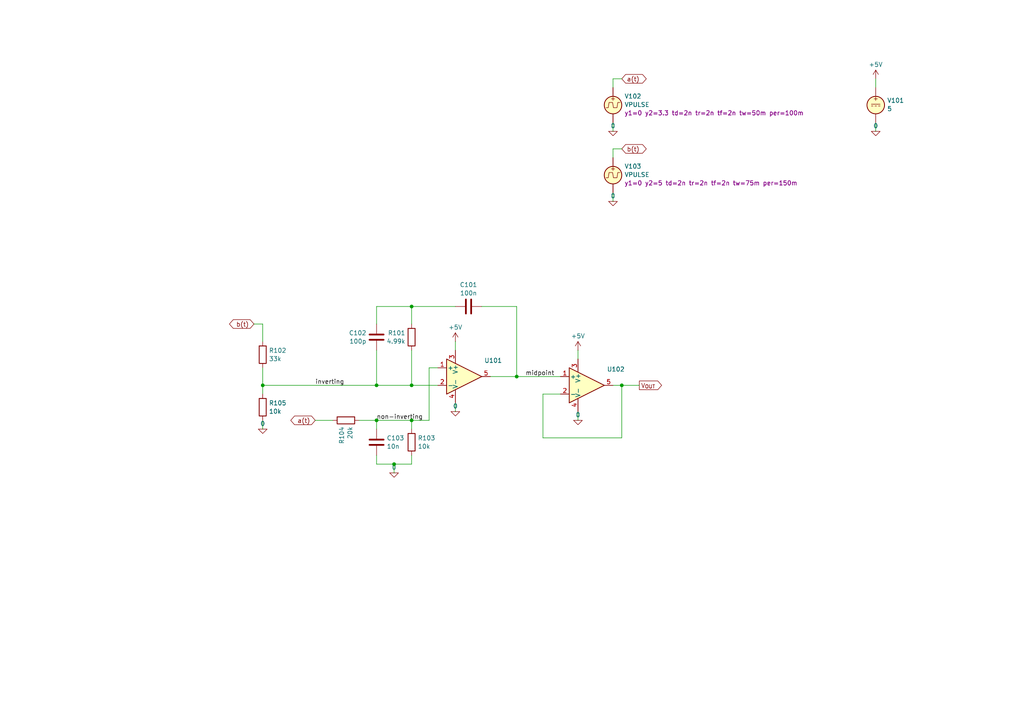
<source format=kicad_sch>
(kicad_sch (version 20231120) (generator "eeschema") (generator_version "8.0")
  (paper "A4")
  (lib_symbols
    (symbol "Device:C" (pin_numbers hide) (pin_names (offset 0.254))
      (property "Reference" "C" (at 0.635 2.54 0))
      (property "Value" "C" (at 0.635 -2.54 0))
      (symbol "C_0_1"
        (polyline (pts (xy -2.032 -0.762) (xy 2.032 -0.762)) (stroke (width 0.508)))
        (polyline (pts (xy -2.032 0.762) (xy 2.032 0.762)) (stroke (width 0.508)))
      )
      (symbol "C_1_1"
        (pin passive line (at 0 3.81 270) (length 2.794) (name "~") (number "1"))
        (pin passive line (at 0 -3.81 90) (length 2.794) (name "~") (number "2"))
      )
    )
    (symbol "Device:R" (pin_numbers hide) (pin_names (offset 0))
      (property "Reference" "R" (at 2.032 0 90))
      (property "Value" "R" (at 0 0 90))
      (symbol "R_0_1"
        (rectangle (start -1.016 -2.54) (end 1.016 2.54) (stroke (width 0.254)))
      )
      (symbol "R_1_1"
        (pin passive line (at 0 3.81 270) (length 1.27) (name "~") (number "1"))
        (pin passive line (at 0 -3.81 90) (length 1.27) (name "~") (number "2"))
      )
    )
    (symbol "Simulation_SPICE:0" (power) (pin_numbers hide) (pin_names (offset 0) hide)
      (property "Value" "0" (at 0 -2.54 0))
      (symbol "0_0_1"
        (polyline (pts (xy -1.27 0) (xy 0 -1.27) (xy 1.27 0) (xy -1.27 0)))
      )
      (symbol "0_1_1"
        (pin power_in line (at 0 0 0) (length 0) (name "~") (number "1"))
      )
    )
    (symbol "Simulation_SPICE:OPAMP" (pin_names (offset 0.254))
      (property "Reference" "U" (at 3.81 3.175 0))
      (property "Value" "${SIM.PARAMS}" (at 3.81 -3.175 0))
      (symbol "OPAMP_0_1"
        (polyline (pts (xy 5.08 0) (xy -5.08 5.08) (xy -5.08 -5.08) (xy 5.08 0)) (stroke (width 0.254)) (fill (type background)))
      )
      (symbol "OPAMP_1_1"
        (pin input line (at -7.62 2.54 0) (length 2.54) (name "+") (number "1"))
        (pin input line (at -7.62 -2.54 0) (length 2.54) (name "-") (number "2"))
        (pin power_in line (at -2.54 7.62 270) (length 3.81) (name "V+") (number "3"))
        (pin power_in line (at -2.54 -7.62 90) (length 3.81) (name "V-") (number "4"))
        (pin output line (at 7.62 0 180) (length 2.54) (name "~") (number "5"))
      )
    )
    (symbol "Simulation_SPICE:VDC" (pin_numbers hide) (pin_names (offset 0.0254))
      (property "Reference" "V" (at 2.54 2.54 0))
      (property "Value" "1" (at 2.54 0 0))
      (symbol "VDC_0_0"
        (polyline (pts (xy -1.27 0.254) (xy 1.27 0.254)))
        (polyline (pts (xy -0.762 -0.254) (xy -1.27 -0.254)))
        (polyline (pts (xy 0.254 -0.254) (xy -0.254 -0.254)))
        (polyline (pts (xy 1.27 -0.254) (xy 0.762 -0.254)))
        (text "+" (at 0 1.905 0) (effects (font (size 1.27 1.27))))
      )
      (symbol "VDC_0_1"
        (circle (center 0 0) (radius 2.54) (stroke (width 0.254)) (fill (type background)))
      )
      (symbol "VDC_1_1"
        (pin passive line (at 0 5.08 270) (length 2.54) (name "~") (number "1"))
        (pin passive line (at 0 -5.08 90) (length 2.54) (name "~") (number "2"))
      )
    )
    (symbol "Simulation_SPICE:VPULSE" (pin_numbers hide) (pin_names (offset 0.0254))
      (property "Reference" "V" (at 2.54 2.54 0))
      (property "Value" "VPULSE" (at 2.54 0 0))
      (property "Sim.Params" "y1=0 y2=1 td=2n tr=2n tf=2n tw=50n per=100n" (at 2.54 -2.54 0))
      (symbol "VPULSE_0_0"
        (polyline (pts (xy -2.032 -0.762) (xy -1.397 -0.762) (xy -1.143 0.762) (xy -0.127 0.762) (xy 0.127 -0.762) (xy 1.143 -0.762) (xy 1.397 0.762) (xy 2.032 0.762)))
        (text "+" (at 0 1.905 0) (effects (font (size 1.27 1.27))))
      )
      (symbol "VPULSE_0_1"
        (circle (center 0 0) (radius 2.54) (stroke (width 0.254)) (fill (type background)))
      )
      (symbol "VPULSE_1_1"
        (pin passive line (at 0 5.08 270) (length 2.54) (name "~") (number "1"))
        (pin passive line (at 0 -5.08 90) (length 2.54) (name "~") (number "2"))
      )
    )
    (symbol "power:+5V" (power) (pin_numbers hide) (pin_names (offset 0) hide)
      (property "Value" "+5V" (at 0 3.556 0))
      (symbol "+5V_0_1"
        (polyline (pts (xy -0.762 1.27) (xy 0 2.54)))
        (polyline (pts (xy 0 0) (xy 0 2.54)))
        (polyline (pts (xy 0 2.54) (xy 0.762 1.27)))
      )
      (symbol "+5V_1_1"
        (pin power_in line (at 0 0 90) (length 0) (name "~") (number "1"))
      )
    )
  )
  (junction (at 109.22 121.92))
  (junction (at 119.38 88.9))
  (junction (at 76.2 111.76))
  (junction (at 114.3 134.62))
  (junction (at 119.38 111.76))
  (junction (at 180.34 111.76))
  (junction (at 109.22 111.76))
  (junction (at 119.38 121.92))
  (junction (at 149.86 109.22))
  (wire (pts (xy 109.22 121.92) (xy 109.22 124.46)))
  (wire (pts (xy 142.24 109.22) (xy 149.86 109.22)))
  (wire (pts (xy 254 22.86) (xy 254 25.4)))
  (wire (pts (xy 177.8 22.86) (xy 180.34 22.86)))
  (wire (pts (xy 119.38 121.92) (xy 119.38 124.46)))
  (wire (pts (xy 119.38 134.62) (xy 119.38 132.08)))
  (wire (pts (xy 76.2 106.68) (xy 76.2 111.76)))
  (wire (pts (xy 91.44 121.92) (xy 96.52 121.92)))
  (wire (pts (xy 254 35.56) (xy 254 38.1)))
  (wire (pts (xy 114.3 134.62) (xy 114.3 137.16)))
  (wire (pts (xy 76.2 93.98) (xy 76.2 99.06)))
  (wire (pts (xy 109.22 121.92) (xy 119.38 121.92)))
  (wire (pts (xy 119.38 101.6) (xy 119.38 111.76)))
  (wire (pts (xy 76.2 111.76) (xy 109.22 111.76)))
  (wire (pts (xy 127 106.68) (xy 124.46 106.68)))
  (wire (pts (xy 76.2 121.92) (xy 76.2 124.46)))
  (wire (pts (xy 119.38 111.76) (xy 127 111.76)))
  (wire (pts (xy 109.22 93.98) (xy 109.22 88.9)))
  (wire (pts (xy 132.08 99.06) (xy 132.08 101.6)))
  (wire (pts (xy 132.08 88.9) (xy 119.38 88.9)))
  (wire (pts (xy 180.34 111.76) (xy 185.42 111.76)))
  (wire (pts (xy 109.22 88.9) (xy 119.38 88.9)))
  (wire (pts (xy 149.86 88.9) (xy 139.7 88.9)))
  (wire (pts (xy 177.8 35.56) (xy 177.8 38.1)))
  (wire (pts (xy 109.22 101.6) (xy 109.22 111.76)))
  (wire (pts (xy 149.86 109.22) (xy 149.86 88.9)))
  (wire (pts (xy 109.22 132.08) (xy 109.22 134.62)))
  (wire (pts (xy 177.8 111.76) (xy 180.34 111.76)))
  (wire (pts (xy 149.86 109.22) (xy 162.56 109.22)))
  (wire (pts (xy 73.66 93.98) (xy 76.2 93.98)))
  (wire (pts (xy 157.48 127) (xy 180.34 127)))
  (wire (pts (xy 162.56 114.3) (xy 157.48 114.3)))
  (wire (pts (xy 109.22 134.62) (xy 114.3 134.62)))
  (wire (pts (xy 177.8 25.4) (xy 177.8 22.86)))
  (wire (pts (xy 132.08 116.84) (xy 132.08 119.38)))
  (wire (pts (xy 109.22 111.76) (xy 119.38 111.76)))
  (wire (pts (xy 119.38 121.92) (xy 124.46 121.92)))
  (wire (pts (xy 119.38 88.9) (xy 119.38 93.98)))
  (wire (pts (xy 177.8 55.88) (xy 177.8 58.42)))
  (wire (pts (xy 177.8 45.72) (xy 177.8 43.18)))
  (wire (pts (xy 76.2 111.76) (xy 76.2 114.3)))
  (wire (pts (xy 167.64 119.38) (xy 167.64 121.92)))
  (wire (pts (xy 104.14 121.92) (xy 109.22 121.92)))
  (wire (pts (xy 177.8 43.18) (xy 180.34 43.18)))
  (wire (pts (xy 180.34 127) (xy 180.34 111.76)))
  (wire (pts (xy 124.46 106.68) (xy 124.46 121.92)))
  (wire (pts (xy 167.64 101.6) (xy 167.64 104.14)))
  (wire (pts (xy 114.3 134.62) (xy 119.38 134.62)))
  (wire (pts (xy 157.48 114.3) (xy 157.48 127)))
  (label "midpoint" (at 152.4 109.22 0))
  (label "inverting" (at 91.44 111.76 0))
  (label "non-inverting" (at 109.22 121.92 0))
  (global_label "a(t)" (shape bidirectional) (at 91.44 121.92 180) (property "Intersheetrefs" "${INTERSHEET_REFS}" (effects (hide yes))))
  (global_label "a(t)" (shape bidirectional) (at 180.34 22.86 0) (property "Intersheetrefs" "${INTERSHEET_REFS}" (effects (hide yes))))
  (global_label "b(t)" (shape bidirectional) (at 73.66 93.98 180) (property "Intersheetrefs" "${INTERSHEET_REFS}" (effects (hide yes))))
  (global_label "b(t)" (shape bidirectional) (at 180.34 43.18 0) (property "Intersheetrefs" "${INTERSHEET_REFS}" (effects (hide yes))))
  (global_label "V_{OUT}" (shape output) (at 185.42 111.76 0) (property "Intersheetrefs" "${INTERSHEET_REFS}" (effects (hide yes))))
  (symbol (lib_id "Simulation_SPICE:0") (at 167.64 121.92 0) (unit 1)
    (property "Reference" "#GND0107" (effects (hide yes)))
    (property "Value" "0" (at 167.64 120.3269 0))
    (property "Datasheet" "https://ngspice.sourceforge.io/docs/ngspice-html-manual/manual.xhtml#subsec_Circuit_elements__device" (effects (hide yes)))
    (property "Description" "0V reference potential for simulation" (effects (hide yes)))
  )
  (symbol (lib_id "Device:R") (at 119.38 128.27 180) (unit 1)
    (property "Reference" "R103" (at 121.158 127.0578 0) (effects (justify right)))
    (property "Value" "10k" (at 121.158 129.4821 0) (effects (justify right)))
    (property "Description" "Resistor" (effects (hide yes)))
  )
  (symbol (lib_id "Device:C") (at 109.22 97.79 0) (mirror x) (unit 1)
    (property "Reference" "C102" (at 106.299 96.5778 0) (effects (justify right)))
    (property "Value" "100p" (at 106.299 99.0021 0) (effects (justify right)))
    (property "Description" "Unpolarized capacitor" (effects (hide yes)))
  )
  (symbol (lib_id "power:+5V") (at 254 22.86 0) (unit 1)
    (property "Reference" "#PWR0101" (effects (hide yes)))
    (property "Value" "+5V" (at 254 18.7269 0))
    (property "Description" "Power symbol creates a global label with name \"+5V\"" (effects (hide yes)))
  )
  (symbol (lib_id "Device:C") (at 109.22 128.27 180) (unit 1)
    (property "Reference" "C103" (at 112.141 127.0578 0) (effects (justify right)))
    (property "Value" "10n" (at 112.141 129.4821 0) (effects (justify right)))
    (property "Description" "Unpolarized capacitor" (effects (hide yes)))
  )
  (symbol (lib_id "Simulation_SPICE:VPULSE") (at 177.8 30.48 0) (unit 1)
    (property "Reference" "V102" (at 181.102 27.9259 0) (effects (justify left)))
    (property "Value" "VPULSE" (at 181.102 30.3502 0) (effects (justify left)))
    (property "Datasheet" "https://ngspice.sourceforge.io/docs/ngspice-html-manual/manual.xhtml#sec_Independent_Sources_for" (effects (hide yes)))
    (property "Description" "Voltage source, pulse" (effects (hide yes)))
    (property "Sim.Pins" "1=+ 2=-" (effects (hide yes)))
    (property "Sim.Type" "PULSE" (effects (hide yes)))
    (property "Sim.Device" "V" (effects (hide yes)))
    (property "Sim.Params" "y1=0 y2=3.3 td=2n tr=2n tf=2n tw=50m per=100m" (at 181.102 32.7745 0) (effects (justify left)))
  )
  (symbol (lib_id "Device:R") (at 100.33 121.92 270) (mirror x) (unit 1)
    (property "Reference" "R104" (at 99.1178 123.698 0) (effects (justify right)))
    (property "Value" "20k" (at 101.5421 123.698 0) (effects (justify right)))
    (property "Description" "Resistor" (effects (hide yes)))
  )
  (symbol (lib_id "Simulation_SPICE:0") (at 177.8 58.42 0) (unit 1)
    (property "Reference" "#GND0101" (effects (hide yes)))
    (property "Value" "0" (at 177.8 56.8269 0))
    (property "Datasheet" "https://ngspice.sourceforge.io/docs/ngspice-html-manual/manual.xhtml#subsec_Circuit_elements__device" (effects (hide yes)))
    (property "Description" "0V reference potential for simulation" (effects (hide yes)))
  )
  (symbol (lib_id "Device:R") (at 76.2 102.87 180) (unit 1)
    (property "Reference" "R102" (at 77.978 101.6578 0) (effects (justify right)))
    (property "Value" "33k" (at 77.978 104.0821 0) (effects (justify right)))
    (property "Description" "Resistor" (effects (hide yes)))
  )
  (symbol (lib_id "Device:R") (at 76.2 118.11 180) (unit 1)
    (property "Reference" "R105" (at 77.978 116.8978 0) (effects (justify right)))
    (property "Value" "10k" (at 77.978 119.3221 0) (effects (justify right)))
    (property "Description" "Resistor" (effects (hide yes)))
  )
  (symbol (lib_id "Device:C") (at 135.89 88.9 90) (unit 1)
    (property "Reference" "C101" (at 135.89 82.5965 90))
    (property "Value" "100n" (at 135.89 85.0208 90))
    (property "Description" "Unpolarized capacitor" (effects (hide yes)))
  )
  (symbol (lib_id "Simulation_SPICE:0") (at 132.08 119.38 0) (unit 1)
    (property "Reference" "#GND0104" (effects (hide yes)))
    (property "Value" "0" (at 132.08 117.7869 0))
    (property "Datasheet" "https://ngspice.sourceforge.io/docs/ngspice-html-manual/manual.xhtml#subsec_Circuit_elements__device" (effects (hide yes)))
    (property "Description" "0V reference potential for simulation" (effects (hide yes)))
  )
  (symbol (lib_id "Simulation_SPICE:OPAMP") (at 134.62 109.22 0) (unit 1)
    (property "Reference" "U101" (at 143.0527 104.5609 0))
    (property "Value" "${SIM.PARAMS}" (at 143.0527 106.2423 0))
    (property "Datasheet" "https://ngspice.sourceforge.io/docs/ngspice-html-manual/manual.xhtml#sec__SUBCKT_Subcircuits" (effects (hide yes)))
    (property "Description" "Operational amplifier, single" (effects (hide yes)))
    (property "Sim.Pins" "1=in+ 2=in- 3=vcc 4=vee 5=out" (effects (hide yes)))
    (property "Sim.Device" "SUBCKT" (effects (hide yes)))
    (property "Sim.Library" "${KICAD8_SYMBOL_DIR}/Simulation_SPICE.sp" (effects (hide yes)))
    (property "Sim.Name" "kicad_builtin_opamp" (effects (hide yes)))
  )
  (symbol (lib_id "Simulation_SPICE:0") (at 114.3 137.16 0) (unit 1)
    (property "Reference" "#GND0105" (effects (hide yes)))
    (property "Value" "0" (at 114.3 135.5669 0))
    (property "Datasheet" "https://ngspice.sourceforge.io/docs/ngspice-html-manual/manual.xhtml#subsec_Circuit_elements__device" (effects (hide yes)))
    (property "Description" "0V reference potential for simulation" (effects (hide yes)))
  )
  (symbol (lib_id "Simulation_SPICE:VDC") (at 254 30.48 0) (unit 1)
    (property "Reference" "V101" (at 257.302 29.138 0) (effects (justify left)))
    (property "Value" "5" (at 257.302 31.5623 0) (effects (justify left)))
    (property "Datasheet" "https://ngspice.sourceforge.io/docs/ngspice-html-manual/manual.xhtml#sec_Independent_Sources_for" (effects (hide yes)))
    (property "Description" "Voltage source, DC" (effects (hide yes)))
    (property "Sim.Pins" "1=+ 2=-" (effects (hide yes)))
    (property "Sim.Type" "DC" (effects (hide yes)))
    (property "Sim.Device" "V" (effects (hide yes)))
  )
  (symbol (lib_id "Simulation_SPICE:VPULSE") (at 177.8 50.8 0) (unit 1)
    (property "Reference" "V103" (at 181.102 48.2459 0) (effects (justify left)))
    (property "Value" "VPULSE" (at 181.102 50.6702 0) (effects (justify left)))
    (property "Datasheet" "https://ngspice.sourceforge.io/docs/ngspice-html-manual/manual.xhtml#sec_Independent_Sources_for" (effects (hide yes)))
    (property "Description" "Voltage source, pulse" (effects (hide yes)))
    (property "Sim.Pins" "1=+ 2=-" (effects (hide yes)))
    (property "Sim.Type" "PULSE" (effects (hide yes)))
    (property "Sim.Device" "V" (effects (hide yes)))
    (property "Sim.Params" "y1=0 y2=5 td=2n tr=2n tf=2n tw=75m per=150m" (at 181.102 53.0945 0) (effects (justify left)))
  )
  (symbol (lib_id "power:+5V") (at 132.08 99.06 0) (unit 1)
    (property "Reference" "#PWR0102" (effects (hide yes)))
    (property "Value" "+5V" (at 132.08 94.9269 0))
    (property "Description" "Power symbol creates a global label with name \"+5V\"" (effects (hide yes)))
  )
  (symbol (lib_id "Simulation_SPICE:0") (at 177.8 38.1 0) (unit 1)
    (property "Reference" "#GND0102" (effects (hide yes)))
    (property "Value" "0" (at 177.8 36.5069 0))
    (property "Datasheet" "https://ngspice.sourceforge.io/docs/ngspice-html-manual/manual.xhtml#subsec_Circuit_elements__device" (effects (hide yes)))
    (property "Description" "0V reference potential for simulation" (effects (hide yes)))
  )
  (symbol (lib_id "Simulation_SPICE:OPAMP") (at 170.18 111.76 0) (unit 1)
    (property "Reference" "U102" (at 178.6127 107.1009 0))
    (property "Value" "${SIM.PARAMS}" (at 178.6127 108.7823 0))
    (property "Datasheet" "https://ngspice.sourceforge.io/docs/ngspice-html-manual/manual.xhtml#sec__SUBCKT_Subcircuits" (effects (hide yes)))
    (property "Description" "Operational amplifier, single" (effects (hide yes)))
    (property "Sim.Pins" "1=in+ 2=in- 3=vcc 4=vee 5=out" (effects (hide yes)))
    (property "Sim.Device" "SUBCKT" (effects (hide yes)))
    (property "Sim.Library" "${KICAD8_SYMBOL_DIR}/Simulation_SPICE.sp" (effects (hide yes)))
    (property "Sim.Name" "kicad_builtin_opamp" (effects (hide yes)))
  )
  (symbol (lib_id "Simulation_SPICE:0") (at 76.2 124.46 0) (unit 1)
    (property "Reference" "#GND0106" (effects (hide yes)))
    (property "Value" "0" (at 76.2 122.8669 0))
    (property "Datasheet" "https://ngspice.sourceforge.io/docs/ngspice-html-manual/manual.xhtml#subsec_Circuit_elements__device" (effects (hide yes)))
    (property "Description" "0V reference potential for simulation" (effects (hide yes)))
  )
  (symbol (lib_id "power:+5V") (at 167.64 101.6 0) (unit 1)
    (property "Reference" "#PWR0103" (effects (hide yes)))
    (property "Value" "+5V" (at 167.64 97.4669 0))
    (property "Description" "Power symbol creates a global label with name \"+5V\"" (effects (hide yes)))
  )
  (symbol (lib_id "Simulation_SPICE:0") (at 254 38.1 0) (unit 1)
    (property "Reference" "#GND0103" (effects (hide yes)))
    (property "Value" "0" (at 254 36.5069 0))
    (property "Datasheet" "https://ngspice.sourceforge.io/docs/ngspice-html-manual/manual.xhtml#subsec_Circuit_elements__device" (effects (hide yes)))
    (property "Description" "0V reference potential for simulation" (effects (hide yes)))
  )
  (symbol (lib_id "Device:R") (at 119.38 97.79 0) (mirror x) (unit 1)
    (property "Reference" "R101" (at 117.602 96.5778 0) (effects (justify right)))
    (property "Value" "4.99k" (at 117.602 99.0021 0) (effects (justify right)))
    (property "Description" "Resistor" (effects (hide yes)))
  )
)
</source>
